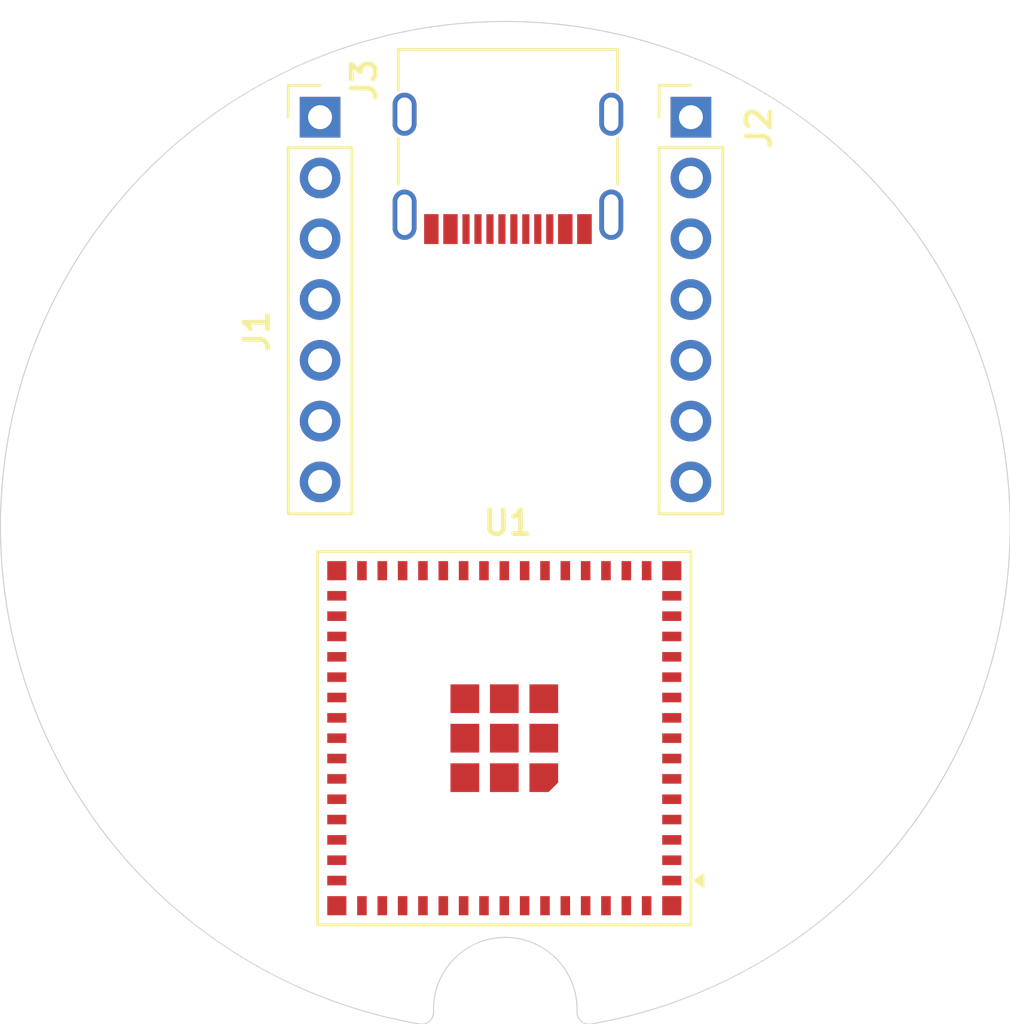
<source format=kicad_pcb>
(kicad_pcb (version 20240108) (generator "pcbnew") (generator_version "8.0")
  (layers (0 "F.Cu" signal) (31 "B.Cu" signal) (34 "B.Paste" user) (35 "F.Paste" user) (36 "B.SilkS" user "B.Silkscreen") (37 "F.SilkS" user "F.Silkscreen") (38 "B.Mask" user) (39 "F.Mask" user) (44 "Edge.Cuts" user))
  (net 0 "")
  (net 1 "GND")
  (net 2 "EN")
  (net 3 "Net-(C4-Pad1)")
  (net 4 "Net-(C5-Pad1)")
  (net 5 "VBUS")
  (net 6 "BATT_READ")
  (net 7 "+3V3")
  (net 8 "LCD_DC")
  (net 9 "LCD_CS")
  (net 10 "LCD_BL")
  (net 12 "I2C_SDA")
  (net 13 "I2C_SCL")
  (net 14 "SCK")
  (net 15 "MOSI")
  (net 16 "MISO")
  (net 17 "TP_INT")
  (net 18 "Net-(J3-CC2)")
  (net 21 "Net-(J3-CC1)")
  (net 22 "USB_D-")
  (net 23 "USB_D+")
  (net 24 "LIS3_INT")
  (net 25 "LSM6_INT1")
  (net 36 "LSM6_INT2")
  (net 50 "Net-(U1-IO0)")
  (footprint "Connector_PinHeader_2.54mm:PinHeader_1x07_P2.54mm_Vertical" (layer "F.Cu") (at 107.649697 83.05)
    (property "Reference" "J2" (at 2.850303 0.45 90) (layer "F.SilkS") (effects (font (thickness 0.2) (bold yes))))
    (property "Value" "DISP RIGHT")
    (fp_line (start -1.33 -1.33) (end 0 -1.33) (stroke (width 0.12)) (layer "F.SilkS"))
    (fp_line (start -1.33 0) (end -1.33 -1.33) (stroke (width 0.12)) (layer "F.SilkS"))
    (fp_line (start -1.33 1.27) (end -1.33 16.57) (stroke (width 0.12)) (layer "F.SilkS"))
    (fp_line (start -1.33 1.27) (end 1.33 1.27) (stroke (width 0.12)) (layer "F.SilkS"))
    (fp_line (start -1.33 16.57) (end 1.33 16.57) (stroke (width 0.12)) (layer "F.SilkS"))
    (fp_line (start 1.33 1.27) (end 1.33 16.57) (stroke (width 0.12)) (layer "F.SilkS"))
    (pad "1" thru_hole rect (at 0 0) (size 1.7 1.7) (drill 1) (layers "*.Cu" "*.Mask") (net 5 "VBUS"))
    (pad "2" thru_hole oval (at 0 2.54) (size 1.7 1.7) (drill 1) (layers "*.Cu" "*.Mask") (net 1 "GND"))
    (pad "3" thru_hole oval (at 0 5.08) (size 1.7 1.7) (drill 1) (layers "*.Cu" "*.Mask") (net 7 "+3V3"))
    (pad "4" thru_hole oval (at 0 7.62) (size 1.7 1.7) (drill 1) (layers "*.Cu" "*.Mask") (net 15 "MOSI"))
    (pad "5" thru_hole oval (at 0 10.16) (size 1.7 1.7) (drill 1) (layers "*.Cu" "*.Mask") (net 16 "MISO"))
    (pad "6" thru_hole oval (at 0 12.7) (size 1.7 1.7) (drill 1) (layers "*.Cu" "*.Mask") (net 14 "SCK"))
    (pad "7" thru_hole oval (at 0 15.24) (size 1.7 1.7) (drill 1) (layers "*.Cu" "*.Mask") (net 17 "TP_INT"))
  )
  (footprint "Connector_USB:USB_C_Receptacle_G-Switch_GT-USB-7010ASV" (layer "F.Cu") (at 100 84 180)
    (property "Reference" "J3" (at 6 2.5 90) (layer "F.SilkS") (effects (font (thickness 0.2) (bold yes))))
    (property "Value" "USB_C_Receptacle_USB2.0_16P")
    (fp_line (start 4.58 3.785) (end -4.58 3.785) (stroke (width 0.12)) (layer "F.SilkS"))
    (fp_line (start 4.58 2.08) (end 4.58 3.785) (stroke (width 0.12)) (layer "F.SilkS"))
    (fp_line (start 4.58 0.07) (end 4.58 -1.85) (stroke (width 0.12)) (layer "F.SilkS"))
    (fp_line (start -4.58 3.785) (end -4.58 2.08) (stroke (width 0.12)) (layer "F.SilkS"))
    (fp_line (start -4.58 -1.85) (end -4.58 0.07) (stroke (width 0.12)) (layer "F.SilkS"))
    (pad "" np_thru_hole circle (at -2.89 -2.605 180) (size 0.65 0.65) (drill 0.65) (layers "F&B.Cu" "*.Mask"))
    (pad "" np_thru_hole circle (at 2.89 -2.605 180) (size 0.65 0.65) (drill 0.65) (layers "*.Cu" "*.Mask"))
    (pad "A1" smd rect (at -3.2 -3.725 180) (size 0.6 1.24) (layers "F.Cu" "F.Paste" "F.Mask") (net 1 "GND"))
    (pad "A4" smd rect (at -2.4 -3.725 180) (size 0.6 1.24) (layers "F.Cu" "F.Paste" "F.Mask") (net 5 "VBUS"))
    (pad "A5" smd rect (at -1.25 -3.725 180) (size 0.3 1.24) (layers "F.Cu" "F.Paste" "F.Mask") (net 21 "Net-(J3-CC1)"))
    (pad "A6" smd rect (at -0.25 -3.725 180) (size 0.3 1.24) (layers "F.Cu" "F.Paste" "F.Mask") (net 3 "Net-(C4-Pad1)"))
    (pad "A7" smd rect (at 0.25 -3.725 180) (size 0.3 1.24) (layers "F.Cu" "F.Paste" "F.Mask") (net 4 "Net-(C5-Pad1)"))
    (pad "A8" smd rect (at 1.25 -3.725 180) (size 0.3 1.24) (layers "F.Cu" "F.Paste" "F.Mask"))
    (pad "A9" smd rect (at 2.4 -3.725 180) (size 0.6 1.24) (layers "F.Cu" "F.Paste" "F.Mask") (net 5 "VBUS"))
    (pad "A12" smd rect (at 3.2 -3.725 180) (size 0.6 1.24) (layers "F.Cu" "F.Paste" "F.Mask") (net 1 "GND"))
    (pad "B1" smd rect (at 3.2 -3.725 180) (size 0.6 1.24) (layers "F.Cu" "F.Paste" "F.Mask") (net 1 "GND"))
    (pad "B4" smd rect (at 2.4 -3.725 180) (size 0.6 1.24) (layers "F.Cu" "F.Paste" "F.Mask") (net 5 "VBUS"))
    (pad "B5" smd rect (at 1.75 -3.725 180) (size 0.3 1.24) (layers "F.Cu" "F.Paste" "F.Mask") (net 18 "Net-(J3-CC2)"))
    (pad "B6" smd rect (at 0.75 -3.725 180) (size 0.3 1.24) (layers "F.Cu" "F.Paste" "F.Mask") (net 3 "Net-(C4-Pad1)"))
    (pad "B7" smd rect (at -0.75 -3.725 180) (size 0.3 1.24) (layers "F.Cu" "F.Paste" "F.Mask") (net 4 "Net-(C5-Pad1)"))
    (pad "B8" smd rect (at -1.75 -3.725 180) (size 0.3 1.24) (layers "F.Cu" "F.Paste" "F.Mask"))
    (pad "B9" smd rect (at -2.4 -3.725 180) (size 0.6 1.24) (layers "F.Cu" "F.Paste" "F.Mask") (net 5 "VBUS"))
    (pad "B12" smd rect (at -3.2 -3.725 180) (size 0.6 1.24) (layers "F.Cu" "F.Paste" "F.Mask") (net 1 "GND"))
    (pad "S1" thru_hole oval (at -4.32 -3.125 180) (size 1 2.1) (drill oval 0.6 1.7) (layers "*.Cu" "*.Mask") (net 1 "GND"))
    (pad "S1" thru_hole oval (at -4.32 1.075 180) (size 1 1.8) (drill oval 0.6 1.4) (layers "*.Cu" "*.Mask") (net 1 "GND"))
    (pad "S1" thru_hole oval (at 4.32 -3.125 180) (size 1 2.1) (drill oval 0.6 1.7) (layers "*.Cu" "*.Mask") (net 1 "GND"))
    (pad "S1" thru_hole oval (at 4.32 1.075 180) (size 1 1.8) (drill oval 0.6 1.4) (layers "*.Cu" "*.Mask") (net 1 "GND"))
  )
  (footprint "RF_Module:ESP32-S2-MINI-1U" (layer "F.Cu") (at 99.85 109 180)
    (property "Reference" "U1" (at -0.15 9 0) (layer "F.SilkS") (effects (font (thickness 0.2) (bold yes))))
    (property "Value" "ESP32-S3-MINI-1U")
    (fp_line (start 7.8 7.8) (end -7.8 7.8) (stroke (width 0.12)) (layer "F.SilkS"))
    (fp_line (start 7.8 -7.8) (end 7.8 7.8) (stroke (width 0.12)) (layer "F.SilkS"))
    (fp_line (start -7.8 7.8) (end -7.8 -7.8) (stroke (width 0.12)) (layer "F.SilkS"))
    (fp_line (start -7.8 -7.8) (end 7.8 -7.8) (stroke (width 0.12)) (layer "F.SilkS"))
    (fp_poly (pts (xy -7.975 -5.95) (xy -8.311 -5.71) (xy -8.311 -6.19) (xy -7.975 -5.95)) (stroke (width 0.12)) (fill solid) (layer "F.SilkS"))
    (pad "1" smd rect (at -7 -5.95 180) (size 0.8 0.4) (layers "F.Cu" "F.Paste" "F.Mask") (net 1 "GND"))
    (pad "2" smd rect (at -7 -5.1 180) (size 0.8 0.4) (layers "F.Cu" "F.Paste" "F.Mask") (net 1 "GND"))
    (pad "3" smd rect (at -7 -4.25 180) (size 0.8 0.4) (layers "F.Cu" "F.Paste" "F.Mask") (net 7 "+3V3"))
    (pad "4" smd rect (at -7 -3.4 180) (size 0.8 0.4) (layers "F.Cu" "F.Paste" "F.Mask") (net 50 "Net-(U1-IO0)"))
    (pad "5" smd rect (at -7 -2.55 180) (size 0.8 0.4) (layers "F.Cu" "F.Paste" "F.Mask"))
    (pad "6" smd rect (at -7 -1.7 180) (size 0.8 0.4) (layers "F.Cu" "F.Paste" "F.Mask"))
    (pad "7" smd rect (at -7 -0.85 180) (size 0.8 0.4) (layers "F.Cu" "F.Paste" "F.Mask"))
    (pad "8" smd rect (at -7 0 180) (size 0.8 0.4) (layers "F.Cu" "F.Paste" "F.Mask") (net 36 "LSM6_INT2"))
    (pad "9" smd rect (at -7 0.85 180) (size 0.8 0.4) (layers "F.Cu" "F.Paste" "F.Mask") (net 25 "LSM6_INT1"))
    (pad "10" smd rect (at -7 1.7 180) (size 0.8 0.4) (layers "F.Cu" "F.Paste" "F.Mask"))
    (pad "11" smd rect (at -7 2.55 180) (size 0.8 0.4) (layers "F.Cu" "F.Paste" "F.Mask") (net 13 "I2C_SCL"))
    (pad "12" smd rect (at -7 3.4 180) (size 0.8 0.4) (layers "F.Cu" "F.Paste" "F.Mask") (net 12 "I2C_SDA"))
    (pad "13" smd rect (at -7 4.25 180) (size 0.8 0.4) (layers "F.Cu" "F.Paste" "F.Mask") (net 6 "BATT_READ"))
    (pad "14" smd rect (at -7 5.1 180) (size 0.8 0.4) (layers "F.Cu" "F.Paste" "F.Mask") (net 24 "LIS3_INT"))
    (pad "15" smd rect (at -7 5.95 180) (size 0.8 0.4) (layers "F.Cu" "F.Paste" "F.Mask"))
    (pad "16" smd rect (at -5.95 7 270) (size 0.8 0.4) (layers "F.Cu" "F.Paste" "F.Mask") (net 17 "TP_INT"))
    (pad "17" smd rect (at -5.1 7 270) (size 0.8 0.4) (layers "F.Cu" "F.Paste" "F.Mask") (net 14 "SCK"))
    (pad "18" smd rect (at -4.25 7 270) (size 0.8 0.4) (layers "F.Cu" "F.Paste" "F.Mask") (net 16 "MISO"))
    (pad "19" smd rect (at -3.4 7 270) (size 0.8 0.4) (layers "F.Cu" "F.Paste" "F.Mask"))
    (pad "20" smd rect (at -2.55 7 270) (size 0.8 0.4) (layers "F.Cu" "F.Paste" "F.Mask"))
    (pad "21" smd rect (at -1.7 7 270) (size 0.8 0.4) (layers "F.Cu" "F.Paste" "F.Mask") (net 15 "MOSI"))
    (pad "22" smd rect (at -0.85 7 270) (size 0.8 0.4) (layers "F.Cu" "F.Paste" "F.Mask"))
    (pad "23" smd rect (at 0 7 270) (size 0.8 0.4) (layers "F.Cu" "F.Paste" "F.Mask") (net 22 "USB_D-"))
    (pad "24" smd rect (at 0.85 7 270) (size 0.8 0.4) (layers "F.Cu" "F.Paste" "F.Mask") (net 23 "USB_D+"))
    (pad "25" smd rect (at 1.7 7 270) (size 0.8 0.4) (layers "F.Cu" "F.Paste" "F.Mask"))
    (pad "26" smd rect (at 2.55 7 270) (size 0.8 0.4) (layers "F.Cu" "F.Paste" "F.Mask"))
    (pad "27" smd rect (at 3.4 7 270) (size 0.8 0.4) (layers "F.Cu" "F.Paste" "F.Mask"))
    (pad "28" smd rect (at 4.25 7 270) (size 0.8 0.4) (layers "F.Cu" "F.Paste" "F.Mask"))
    (pad "29" smd rect (at 5.1 7 270) (size 0.8 0.4) (layers "F.Cu" "F.Paste" "F.Mask"))
    (pad "30" smd rect (at 5.95 7 270) (size 0.8 0.4) (layers "F.Cu" "F.Paste" "F.Mask") (net 10 "LCD_BL"))
    (pad "31" smd rect (at 7 5.95 180) (size 0.8 0.4) (layers "F.Cu" "F.Paste" "F.Mask") (net 8 "LCD_DC"))
    (pad "32" smd rect (at 7 5.1 180) (size 0.8 0.4) (layers "F.Cu" "F.Paste" "F.Mask") (net 9 "LCD_CS"))
    (pad "33" smd rect (at 7 4.25 180) (size 0.8 0.4) (layers "F.Cu" "F.Paste" "F.Mask"))
    (pad "34" smd rect (at 7 3.4 180) (size 0.8 0.4) (layers "F.Cu" "F.Paste" "F.Mask"))
    (pad "35" smd rect (at 7 2.55 180) (size 0.8 0.4) (layers "F.Cu" "F.Paste" "F.Mask"))
    (pad "36" smd rect (at 7 1.7 180) (size 0.8 0.4) (layers "F.Cu" "F.Paste" "F.Mask"))
    (pad "37" smd rect (at 7 0.85 180) (size 0.8 0.4) (layers "F.Cu" "F.Paste" "F.Mask"))
    (pad "38" smd rect (at 7 0 180) (size 0.8 0.4) (layers "F.Cu" "F.Paste" "F.Mask"))
    (pad "39" smd rect (at 7 -0.85 180) (size 0.8 0.4) (layers "F.Cu" "F.Paste" "F.Mask"))
    (pad "40" smd rect (at 7 -1.7 180) (size 0.8 0.4) (layers "F.Cu" "F.Paste" "F.Mask"))
    (pad "41" smd rect (at 7 -2.55 180) (size 0.8 0.4) (layers "F.Cu" "F.Paste" "F.Mask"))
    (pad "42" smd rect (at 7 -3.4 180) (size 0.8 0.4) (layers "F.Cu" "F.Paste" "F.Mask") (net 1 "GND"))
    (pad "43" smd rect (at 7 -4.25 180) (size 0.8 0.4) (layers "F.Cu" "F.Paste" "F.Mask") (net 1 "GND"))
    (pad "44" smd rect (at 7 -5.1 180) (size 0.8 0.4) (layers "F.Cu" "F.Paste" "F.Mask"))
    (pad "45" smd rect (at 7 -5.95 180) (size 0.8 0.4) (layers "F.Cu" "F.Paste" "F.Mask") (net 2 "EN"))
    (pad "46" smd rect (at 5.95 -7 270) (size 0.8 0.4) (layers "F.Cu" "F.Paste" "F.Mask") (net 1 "GND"))
    (pad "47" smd rect (at 5.1 -7 270) (size 0.8 0.4) (layers "F.Cu" "F.Paste" "F.Mask") (net 1 "GND"))
    (pad "48" smd rect (at 4.25 -7 270) (size 0.8 0.4) (layers "F.Cu" "F.Paste" "F.Mask") (net 1 "GND"))
    (pad "49" smd rect (at 3.4 -7 270) (size 0.8 0.4) (layers "F.Cu" "F.Paste" "F.Mask") (net 1 "GND"))
    (pad "50" smd rect (at 2.55 -7 270) (size 0.8 0.4) (layers "F.Cu" "F.Paste" "F.Mask") (net 1 "GND"))
    (pad "51" smd rect (at 1.7 -7 270) (size 0.8 0.4) (layers "F.Cu" "F.Paste" "F.Mask") (net 1 "GND"))
    (pad "52" smd rect (at 0.85 -7 270) (size 0.8 0.4) (layers "F.Cu" "F.Paste" "F.Mask") (net 1 "GND"))
    (pad "53" smd rect (at 0 -7 270) (size 0.8 0.4) (layers "F.Cu" "F.Paste" "F.Mask") (net 1 "GND"))
    (pad "54" smd rect (at -0.85 -7 270) (size 0.8 0.4) (layers "F.Cu" "F.Paste" "F.Mask") (net 1 "GND"))
    (pad "55" smd rect (at -1.7 -7 270) (size 0.8 0.4) (layers "F.Cu" "F.Paste" "F.Mask") (net 1 "GND"))
    (pad "56" smd rect (at -2.55 -7 270) (size 0.8 0.4) (layers "F.Cu" "F.Paste" "F.Mask") (net 1 "GND"))
    (pad "57" smd rect (at -3.4 -7 270) (size 0.8 0.4) (layers "F.Cu" "F.Paste" "F.Mask") (net 1 "GND"))
    (pad "58" smd rect (at -4.25 -7 270) (size 0.8 0.4) (layers "F.Cu" "F.Paste" "F.Mask") (net 1 "GND"))
    (pad "59" smd rect (at -5.1 -7 270) (size 0.8 0.4) (layers "F.Cu" "F.Paste" "F.Mask") (net 1 "GND"))
    (pad "60" smd rect (at -5.95 -7 270) (size 0.8 0.4) (layers "F.Cu" "F.Paste" "F.Mask") (net 1 "GND"))
    (pad "61" smd roundrect (at -1.65 -1.65 180) (size 1.2 1.2) (layers "F.Cu" "F.Paste" "F.Mask") (roundrect_rratio 0) (chamfer_ratio 0.33) (chamfer top_left) (net 1 "GND"))
    (pad "61" smd rect (at -1.65 0 180) (size 1.2 1.2) (layers "F.Cu" "F.Paste" "F.Mask") (net 1 "GND"))
    (pad "61" smd rect (at -1.65 1.65 180) (size 1.2 1.2) (layers "F.Cu" "F.Paste" "F.Mask") (net 1 "GND"))
    (pad "61" smd rect (at 0 -1.65 180) (size 1.2 1.2) (layers "F.Cu" "F.Paste" "F.Mask") (net 1 "GND"))
    (pad "61" smd rect (at 0 0 180) (size 1.2 1.2) (layers "F.Cu" "F.Paste" "F.Mask") (net 1 "GND"))
    (pad "61" smd rect (at 0 1.65 180) (size 1.2 1.2) (layers "F.Cu" "F.Paste" "F.Mask") (net 1 "GND"))
    (pad "61" smd rect (at 1.65 -1.65 180) (size 1.2 1.2) (layers "F.Cu" "F.Paste" "F.Mask") (net 1 "GND"))
    (pad "61" smd rect (at 1.65 0 180) (size 1.2 1.2) (layers "F.Cu" "F.Paste" "F.Mask") (net 1 "GND"))
    (pad "61" smd rect (at 1.65 1.65 180) (size 1.2 1.2) (layers "F.Cu" "F.Paste" "F.Mask") (net 1 "GND"))
    (pad "62" smd rect (at -7 -7 180) (size 0.8 0.8) (layers "F.Cu" "F.Paste" "F.Mask") (net 1 "GND"))
    (pad "63" smd rect (at -7 7 180) (size 0.8 0.8) (layers "F.Cu" "F.Paste" "F.Mask") (net 1 "GND"))
    (pad "64" smd rect (at 7 7 180) (size 0.8 0.8) (layers "F.Cu" "F.Paste" "F.Mask") (net 1 "GND"))
    (pad "65" smd rect (at 7 -7 180) (size 0.8 0.8) (layers "F.Cu" "F.Paste" "F.Mask") (net 1 "GND"))
  )
  (footprint "Connector_PinHeader_2.54mm:PinHeader_1x07_P2.54mm_Vertical" (layer "F.Cu") (at 92.149697 83.05)
    (property "Reference" "J1" (at -2.649697 8.95 90) (layer "F.SilkS") (effects (font (thickness 0.2) (bold yes))))
    (property "Value" "DISP LEFT")
    (fp_line (start -1.33 -1.33) (end 0 -1.33) (stroke (width 0.12)) (layer "F.SilkS"))
    (fp_line (start -1.33 0) (end -1.33 -1.33) (stroke (width 0.12)) (layer "F.SilkS"))
    (fp_line (start -1.33 1.27) (end -1.33 16.57) (stroke (width 0.12)) (layer "F.SilkS"))
    (fp_line (start -1.33 1.27) (end 1.33 1.27) (stroke (width 0.12)) (layer "F.SilkS"))
    (fp_line (start -1.33 16.57) (end 1.33 16.57) (stroke (width 0.12)) (layer "F.SilkS"))
    (fp_line (start 1.33 1.27) (end 1.33 16.57) (stroke (width 0.12)) (layer "F.SilkS"))
    (pad "1" thru_hole rect (at 0 0) (size 1.7 1.7) (drill 1) (layers "*.Cu" "*.Mask") (net 6 "BATT_READ"))
    (pad "2" thru_hole oval (at 0 2.54) (size 1.7 1.7) (drill 1) (layers "*.Cu" "*.Mask") (net 9 "LCD_CS"))
    (pad "3" thru_hole oval (at 0 5.08) (size 1.7 1.7) (drill 1) (layers "*.Cu" "*.Mask"))
    (pad "4" thru_hole oval (at 0 7.62) (size 1.7 1.7) (drill 1) (layers "*.Cu" "*.Mask") (net 8 "LCD_DC"))
    (pad "5" thru_hole oval (at 0 10.16) (size 1.7 1.7) (drill 1) (layers "*.Cu" "*.Mask") (net 12 "I2C_SDA"))
    (pad "6" thru_hole oval (at 0 12.7) (size 1.7 1.7) (drill 1) (layers "*.Cu" "*.Mask") (net 13 "I2C_SCL"))
    (pad "7" thru_hole oval (at 0 15.24) (size 1.7 1.7) (drill 1) (layers "*.Cu" "*.Mask") (net 10 "LCD_BL"))
  )
  (gr_arc (start 96.892682 120.432604) (mid 99.89078 117.325795) (end 102.888878 120.432604) (stroke (width 0.0381)) (layer "Edge.Cuts"))
  (gr_arc (start 103.473459 120.943145) (mid 103.059662 120.827002) (end 102.888878 120.432604) (stroke (width 0.0381)) (layer "Edge.Cuts"))
  (gr_arc (start 103.473459 120.943145) (mid 103.059662 120.827002) (end 102.888878 120.432604) (stroke (width 0.0381)) (layer "Edge.Cuts"))
  (gr_arc (start 96.892682 120.432604) (mid 99.89078 117.325795) (end 102.888878 120.432604) (stroke (width 0.0381)) (layer "Edge.Cuts"))
  (gr_arc (start 96.892682 120.432604) (mid 96.721896 120.826998) (end 96.308101 120.943145) (stroke (width 0.0381)) (layer "Edge.Cuts"))
  (gr_arc (start 96.892682 120.432604) (mid 96.721896 120.826998) (end 96.308101 120.943145) (stroke (width 0.0381)) (layer "Edge.Cuts"))
  (gr_arc (start 96.308101 120.943145) (mid 99.89078 79.04953) (end 103.473459 120.943145) (stroke (width 0.0381)) (layer "Edge.Cuts"))
  (gr_arc (start 96.308101 120.943145) (mid 99.89078 79.04953) (end 103.473459 120.943145) (stroke (width 0.0381)) (layer "Edge.Cuts"))
)
</source>
